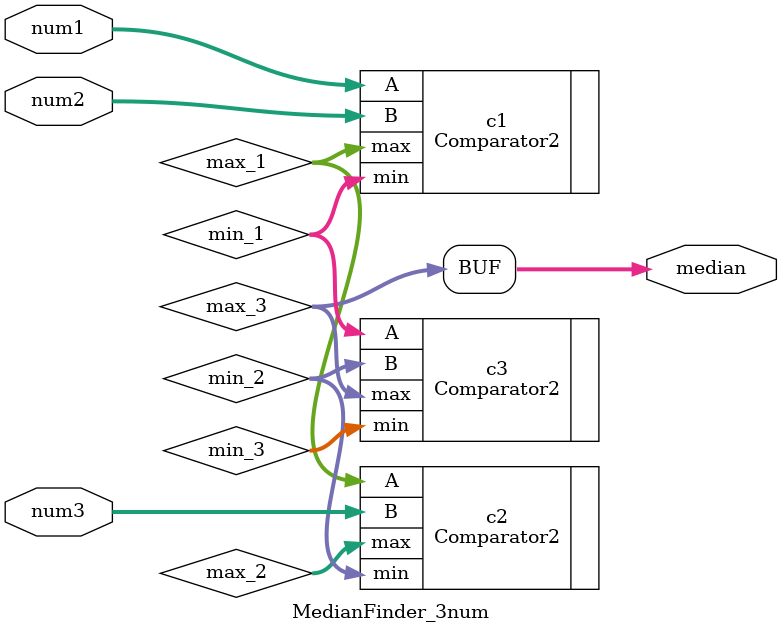
<source format=v>
`include "Comparator2.v"

module MedianFinder_3num(
    input  [3:0]    num1    , 
    input  [3:0]    num2    , 
    input  [3:0]    num3    ,  
    output [3:0]    median  
);

///////////////////////////////
//    Write Your Design Here ~ //
///////////////////////////////
    wire [3:0] min_1, max_1;
    wire [3:0] min_2, max_2;
    wire [3:0] min_3, max_3;
    Comparator2 c1(.A(num1), .B(num2), .min(min_1), .max(max_1));
    Comparator2 c2(.A(max_1), .B(num3), .min(min_2), .max(max_2));
    Comparator2 c3(.A(min_1), .B(min_2), .min(min_3), .max(max_3));

    assign median = max_3;

///////////////////////////////


endmodule

</source>
